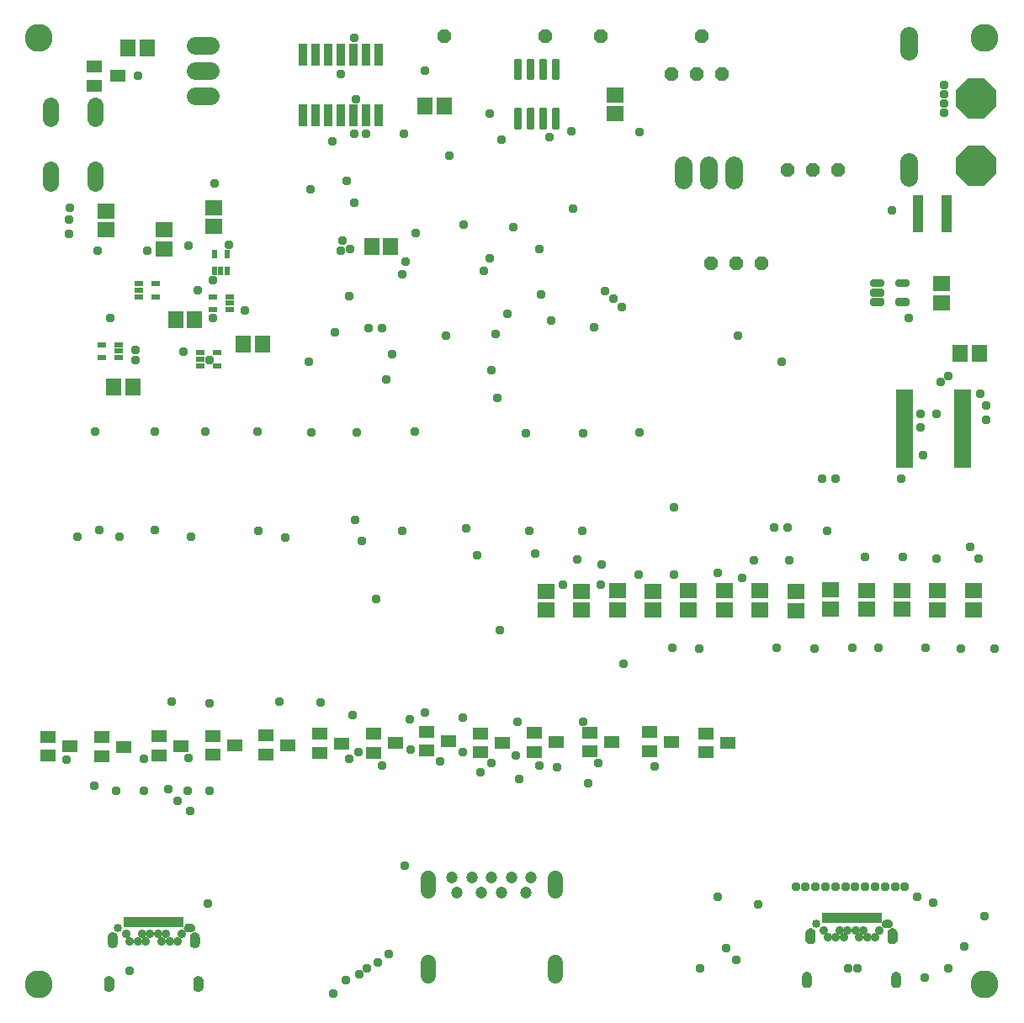
<source format=gbr>
G04 EAGLE Gerber RS-274X export*
G75*
%MOMM*%
%FSLAX34Y34*%
%LPD*%
%INSoldermask Top*%
%IPPOS*%
%AMOC8*
5,1,8,0,0,1.08239X$1,22.5*%
G01*
%ADD10C,2.803200*%
%ADD11P,1.451614X8X22.500000*%
%ADD12R,1.703200X1.503200*%
%ADD13R,1.503200X1.703200*%
%ADD14R,1.678200X0.653200*%
%ADD15R,0.903200X0.603200*%
%ADD16R,0.863600X2.235200*%
%ADD17R,0.603200X0.903200*%
%ADD18R,0.503200X1.103200*%
%ADD19C,0.903200*%
%ADD20C,0.853200*%
%ADD21R,1.603200X1.203200*%
%ADD22C,1.625600*%
%ADD23C,1.743200*%
%ADD24C,0.353406*%
%ADD25C,0.499716*%
%ADD26C,1.203200*%
%ADD27C,1.503200*%
%ADD28R,1.003200X3.703200*%
%ADD29C,1.767838*%
%ADD30P,4.343848X8X22.500000*%
%ADD31C,0.959600*%

G36*
X100018Y60176D02*
X100018Y60176D01*
X100024Y60182D01*
X100029Y60179D01*
X101086Y60549D01*
X101090Y60556D01*
X101096Y60553D01*
X102044Y61149D01*
X102047Y61157D01*
X102052Y61156D01*
X102844Y61948D01*
X102845Y61956D01*
X102851Y61956D01*
X103447Y62904D01*
X103446Y62913D01*
X103451Y62914D01*
X103821Y63971D01*
X103820Y63975D01*
X103822Y63977D01*
X103820Y63980D01*
X103824Y63982D01*
X103949Y65095D01*
X103947Y65098D01*
X103949Y65100D01*
X103949Y71100D01*
X103947Y71103D01*
X103949Y71106D01*
X103824Y72218D01*
X103818Y72224D01*
X103821Y72229D01*
X103451Y73286D01*
X103445Y73290D01*
X103447Y73296D01*
X102851Y74244D01*
X102843Y74247D01*
X102844Y74252D01*
X102052Y75044D01*
X102044Y75045D01*
X102044Y75051D01*
X101096Y75647D01*
X101087Y75646D01*
X101086Y75651D01*
X100029Y76021D01*
X100021Y76019D01*
X100018Y76024D01*
X98906Y76149D01*
X98898Y76145D01*
X98895Y76149D01*
X97782Y76024D01*
X97776Y76018D01*
X97771Y76021D01*
X96714Y75651D01*
X96710Y75645D01*
X96704Y75647D01*
X95756Y75051D01*
X95753Y75043D01*
X95748Y75044D01*
X94956Y74252D01*
X94955Y74244D01*
X94949Y74244D01*
X94353Y73296D01*
X94354Y73287D01*
X94349Y73286D01*
X93979Y72229D01*
X93981Y72221D01*
X93976Y72218D01*
X93851Y71106D01*
X93853Y71102D01*
X93851Y71100D01*
X93851Y65100D01*
X93853Y65097D01*
X93851Y65095D01*
X93976Y63982D01*
X93982Y63976D01*
X93979Y63971D01*
X94349Y62914D01*
X94356Y62910D01*
X94353Y62904D01*
X94949Y61956D01*
X94957Y61953D01*
X94956Y61948D01*
X95748Y61156D01*
X95756Y61155D01*
X95756Y61149D01*
X96704Y60553D01*
X96713Y60554D01*
X96714Y60549D01*
X97771Y60179D01*
X97779Y60181D01*
X97782Y60176D01*
X98895Y60051D01*
X98902Y60055D01*
X98906Y60051D01*
X100018Y60176D01*
G37*
G36*
X182618Y60176D02*
X182618Y60176D01*
X182624Y60182D01*
X182629Y60179D01*
X183686Y60549D01*
X183690Y60556D01*
X183696Y60553D01*
X184644Y61149D01*
X184647Y61157D01*
X184652Y61156D01*
X185444Y61948D01*
X185445Y61956D01*
X185451Y61956D01*
X186047Y62904D01*
X186046Y62913D01*
X186051Y62914D01*
X186421Y63971D01*
X186420Y63975D01*
X186422Y63977D01*
X186420Y63980D01*
X186424Y63982D01*
X186549Y65095D01*
X186547Y65098D01*
X186549Y65100D01*
X186549Y71100D01*
X186547Y71103D01*
X186549Y71106D01*
X186424Y72218D01*
X186418Y72224D01*
X186421Y72229D01*
X186051Y73286D01*
X186045Y73290D01*
X186047Y73296D01*
X185451Y74244D01*
X185443Y74247D01*
X185444Y74252D01*
X184652Y75044D01*
X184644Y75045D01*
X184644Y75051D01*
X183696Y75647D01*
X183687Y75646D01*
X183686Y75651D01*
X182629Y76021D01*
X182621Y76019D01*
X182618Y76024D01*
X181506Y76149D01*
X181498Y76145D01*
X181495Y76149D01*
X180382Y76024D01*
X180376Y76018D01*
X180371Y76021D01*
X179314Y75651D01*
X179310Y75645D01*
X179304Y75647D01*
X178356Y75051D01*
X178353Y75043D01*
X178348Y75044D01*
X177556Y74252D01*
X177555Y74244D01*
X177549Y74244D01*
X176953Y73296D01*
X176954Y73287D01*
X176949Y73286D01*
X176579Y72229D01*
X176581Y72221D01*
X176576Y72218D01*
X176451Y71106D01*
X176453Y71102D01*
X176451Y71100D01*
X176451Y65100D01*
X176453Y65097D01*
X176451Y65095D01*
X176576Y63982D01*
X176582Y63976D01*
X176579Y63971D01*
X176949Y62914D01*
X176956Y62910D01*
X176953Y62904D01*
X177549Y61956D01*
X177557Y61953D01*
X177556Y61948D01*
X178348Y61156D01*
X178356Y61155D01*
X178356Y61149D01*
X179304Y60553D01*
X179313Y60554D01*
X179314Y60549D01*
X180371Y60179D01*
X180379Y60181D01*
X180382Y60176D01*
X181495Y60051D01*
X181502Y60055D01*
X181506Y60051D01*
X182618Y60176D01*
G37*
G36*
X888318Y20176D02*
X888318Y20176D01*
X888324Y20182D01*
X888329Y20179D01*
X889386Y20549D01*
X889390Y20556D01*
X889396Y20553D01*
X890344Y21149D01*
X890347Y21157D01*
X890352Y21156D01*
X891144Y21948D01*
X891145Y21956D01*
X891151Y21956D01*
X891747Y22904D01*
X891746Y22913D01*
X891751Y22914D01*
X892121Y23971D01*
X892120Y23975D01*
X892122Y23977D01*
X892120Y23980D01*
X892124Y23982D01*
X892249Y25095D01*
X892247Y25098D01*
X892249Y25100D01*
X892249Y31100D01*
X892247Y31103D01*
X892249Y31106D01*
X892124Y32218D01*
X892118Y32224D01*
X892121Y32229D01*
X891751Y33286D01*
X891745Y33290D01*
X891747Y33296D01*
X891151Y34244D01*
X891143Y34247D01*
X891144Y34252D01*
X890352Y35044D01*
X890344Y35045D01*
X890344Y35051D01*
X889396Y35647D01*
X889387Y35646D01*
X889386Y35651D01*
X888329Y36021D01*
X888321Y36019D01*
X888318Y36024D01*
X887206Y36149D01*
X887198Y36145D01*
X887195Y36149D01*
X886082Y36024D01*
X886076Y36018D01*
X886071Y36021D01*
X885014Y35651D01*
X885010Y35645D01*
X885004Y35647D01*
X884056Y35051D01*
X884053Y35043D01*
X884048Y35044D01*
X883256Y34252D01*
X883255Y34244D01*
X883249Y34244D01*
X882653Y33296D01*
X882654Y33287D01*
X882649Y33286D01*
X882279Y32229D01*
X882281Y32221D01*
X882276Y32218D01*
X882151Y31106D01*
X882153Y31102D01*
X882151Y31100D01*
X882151Y25100D01*
X882153Y25097D01*
X882151Y25095D01*
X882276Y23982D01*
X882282Y23976D01*
X882279Y23971D01*
X882649Y22914D01*
X882656Y22910D01*
X882653Y22904D01*
X883249Y21956D01*
X883257Y21953D01*
X883256Y21948D01*
X884048Y21156D01*
X884056Y21155D01*
X884056Y21149D01*
X885004Y20553D01*
X885013Y20554D01*
X885014Y20549D01*
X886071Y20179D01*
X886079Y20181D01*
X886082Y20176D01*
X887195Y20051D01*
X887202Y20055D01*
X887206Y20051D01*
X888318Y20176D01*
G37*
G36*
X798518Y20176D02*
X798518Y20176D01*
X798524Y20182D01*
X798529Y20179D01*
X799586Y20549D01*
X799590Y20556D01*
X799596Y20553D01*
X800544Y21149D01*
X800547Y21157D01*
X800552Y21156D01*
X801344Y21948D01*
X801345Y21956D01*
X801351Y21956D01*
X801947Y22904D01*
X801946Y22913D01*
X801951Y22914D01*
X802321Y23971D01*
X802320Y23975D01*
X802322Y23977D01*
X802320Y23980D01*
X802324Y23982D01*
X802449Y25095D01*
X802447Y25098D01*
X802449Y25100D01*
X802449Y31100D01*
X802447Y31103D01*
X802449Y31106D01*
X802324Y32218D01*
X802318Y32224D01*
X802321Y32229D01*
X801951Y33286D01*
X801945Y33290D01*
X801947Y33296D01*
X801351Y34244D01*
X801343Y34247D01*
X801344Y34252D01*
X800552Y35044D01*
X800544Y35045D01*
X800544Y35051D01*
X799596Y35647D01*
X799587Y35646D01*
X799586Y35651D01*
X798529Y36021D01*
X798521Y36019D01*
X798518Y36024D01*
X797406Y36149D01*
X797398Y36145D01*
X797395Y36149D01*
X796282Y36024D01*
X796276Y36018D01*
X796271Y36021D01*
X795214Y35651D01*
X795210Y35645D01*
X795204Y35647D01*
X794256Y35051D01*
X794253Y35043D01*
X794248Y35044D01*
X793456Y34252D01*
X793455Y34244D01*
X793449Y34244D01*
X792853Y33296D01*
X792854Y33287D01*
X792849Y33286D01*
X792479Y32229D01*
X792481Y32221D01*
X792476Y32218D01*
X792351Y31106D01*
X792353Y31102D01*
X792351Y31100D01*
X792351Y25100D01*
X792353Y25097D01*
X792351Y25095D01*
X792476Y23982D01*
X792482Y23976D01*
X792479Y23971D01*
X792849Y22914D01*
X792856Y22910D01*
X792853Y22904D01*
X793449Y21956D01*
X793457Y21953D01*
X793456Y21948D01*
X794248Y21156D01*
X794256Y21155D01*
X794256Y21149D01*
X795204Y20553D01*
X795213Y20554D01*
X795214Y20549D01*
X796271Y20179D01*
X796279Y20181D01*
X796282Y20176D01*
X797395Y20051D01*
X797402Y20055D01*
X797406Y20051D01*
X798518Y20176D01*
G37*
G36*
X186218Y16176D02*
X186218Y16176D01*
X186224Y16182D01*
X186229Y16179D01*
X187286Y16549D01*
X187290Y16556D01*
X187296Y16553D01*
X188244Y17149D01*
X188247Y17157D01*
X188252Y17156D01*
X189044Y17948D01*
X189045Y17956D01*
X189051Y17956D01*
X189647Y18904D01*
X189646Y18913D01*
X189651Y18914D01*
X190021Y19971D01*
X190020Y19975D01*
X190022Y19977D01*
X190020Y19980D01*
X190024Y19982D01*
X190149Y21095D01*
X190147Y21098D01*
X190149Y21100D01*
X190149Y27100D01*
X190147Y27103D01*
X190149Y27106D01*
X190024Y28218D01*
X190018Y28224D01*
X190021Y28229D01*
X189651Y29286D01*
X189645Y29290D01*
X189647Y29296D01*
X189051Y30244D01*
X189043Y30247D01*
X189044Y30252D01*
X188252Y31044D01*
X188244Y31045D01*
X188244Y31051D01*
X187296Y31647D01*
X187287Y31646D01*
X187286Y31651D01*
X186229Y32021D01*
X186221Y32019D01*
X186218Y32024D01*
X185106Y32149D01*
X185098Y32145D01*
X185095Y32149D01*
X183982Y32024D01*
X183976Y32018D01*
X183971Y32021D01*
X182914Y31651D01*
X182910Y31645D01*
X182904Y31647D01*
X181956Y31051D01*
X181953Y31043D01*
X181948Y31044D01*
X181156Y30252D01*
X181155Y30244D01*
X181149Y30244D01*
X180553Y29296D01*
X180554Y29287D01*
X180549Y29286D01*
X180179Y28229D01*
X180181Y28221D01*
X180176Y28218D01*
X180051Y27106D01*
X180053Y27102D01*
X180051Y27100D01*
X180051Y21100D01*
X180053Y21097D01*
X180051Y21095D01*
X180176Y19982D01*
X180182Y19976D01*
X180179Y19971D01*
X180549Y18914D01*
X180556Y18910D01*
X180553Y18904D01*
X181149Y17956D01*
X181157Y17953D01*
X181156Y17948D01*
X181948Y17156D01*
X181956Y17155D01*
X181956Y17149D01*
X182904Y16553D01*
X182913Y16554D01*
X182914Y16549D01*
X183971Y16179D01*
X183979Y16181D01*
X183982Y16176D01*
X185095Y16051D01*
X185102Y16055D01*
X185106Y16051D01*
X186218Y16176D01*
G37*
G36*
X96418Y16176D02*
X96418Y16176D01*
X96424Y16182D01*
X96429Y16179D01*
X97486Y16549D01*
X97490Y16556D01*
X97496Y16553D01*
X98444Y17149D01*
X98447Y17157D01*
X98452Y17156D01*
X99244Y17948D01*
X99245Y17956D01*
X99251Y17956D01*
X99847Y18904D01*
X99846Y18913D01*
X99851Y18914D01*
X100221Y19971D01*
X100220Y19975D01*
X100222Y19977D01*
X100220Y19980D01*
X100224Y19982D01*
X100349Y21095D01*
X100347Y21098D01*
X100349Y21100D01*
X100349Y27100D01*
X100347Y27103D01*
X100349Y27106D01*
X100224Y28218D01*
X100218Y28224D01*
X100221Y28229D01*
X99851Y29286D01*
X99845Y29290D01*
X99847Y29296D01*
X99251Y30244D01*
X99243Y30247D01*
X99244Y30252D01*
X98452Y31044D01*
X98444Y31045D01*
X98444Y31051D01*
X97496Y31647D01*
X97487Y31646D01*
X97486Y31651D01*
X96429Y32021D01*
X96421Y32019D01*
X96418Y32024D01*
X95306Y32149D01*
X95298Y32145D01*
X95295Y32149D01*
X94182Y32024D01*
X94176Y32018D01*
X94171Y32021D01*
X93114Y31651D01*
X93110Y31645D01*
X93104Y31647D01*
X92156Y31051D01*
X92153Y31043D01*
X92148Y31044D01*
X91356Y30252D01*
X91355Y30244D01*
X91349Y30244D01*
X90753Y29296D01*
X90754Y29287D01*
X90749Y29286D01*
X90379Y28229D01*
X90381Y28221D01*
X90376Y28218D01*
X90251Y27106D01*
X90253Y27102D01*
X90251Y27100D01*
X90251Y21100D01*
X90253Y21097D01*
X90251Y21095D01*
X90376Y19982D01*
X90382Y19976D01*
X90379Y19971D01*
X90749Y18914D01*
X90756Y18910D01*
X90753Y18904D01*
X91349Y17956D01*
X91357Y17953D01*
X91356Y17948D01*
X92148Y17156D01*
X92156Y17155D01*
X92156Y17149D01*
X93104Y16553D01*
X93113Y16554D01*
X93114Y16549D01*
X94171Y16179D01*
X94179Y16181D01*
X94182Y16176D01*
X95295Y16051D01*
X95302Y16055D01*
X95306Y16051D01*
X96418Y16176D01*
G37*
G36*
X884718Y64176D02*
X884718Y64176D01*
X884724Y64182D01*
X884729Y64179D01*
X885786Y64549D01*
X885790Y64556D01*
X885796Y64553D01*
X886744Y65149D01*
X886747Y65157D01*
X886752Y65156D01*
X887544Y65948D01*
X887545Y65956D01*
X887551Y65956D01*
X888147Y66904D01*
X888146Y66913D01*
X888151Y66914D01*
X888521Y67971D01*
X888520Y67975D01*
X888522Y67977D01*
X888520Y67980D01*
X888524Y67982D01*
X888649Y69095D01*
X888647Y69098D01*
X888649Y69100D01*
X888649Y75100D01*
X888647Y75103D01*
X888649Y75106D01*
X888524Y76218D01*
X888518Y76224D01*
X888521Y76229D01*
X888151Y77286D01*
X888145Y77290D01*
X888147Y77296D01*
X887551Y78244D01*
X887543Y78247D01*
X887544Y78252D01*
X886752Y79044D01*
X886744Y79045D01*
X886744Y79051D01*
X885796Y79647D01*
X885787Y79646D01*
X885786Y79651D01*
X884729Y80021D01*
X884721Y80019D01*
X884718Y80024D01*
X883606Y80149D01*
X883598Y80145D01*
X883595Y80149D01*
X882482Y80024D01*
X882476Y80018D01*
X882471Y80021D01*
X881414Y79651D01*
X881410Y79645D01*
X881404Y79647D01*
X880456Y79051D01*
X880453Y79043D01*
X880448Y79044D01*
X879656Y78252D01*
X879655Y78244D01*
X879649Y78244D01*
X879053Y77296D01*
X879054Y77287D01*
X879049Y77286D01*
X878679Y76229D01*
X878681Y76221D01*
X878676Y76218D01*
X878551Y75106D01*
X878553Y75102D01*
X878551Y75100D01*
X878551Y69100D01*
X878553Y69097D01*
X878551Y69095D01*
X878676Y67982D01*
X878682Y67976D01*
X878679Y67971D01*
X879049Y66914D01*
X879056Y66910D01*
X879053Y66904D01*
X879649Y65956D01*
X879657Y65953D01*
X879656Y65948D01*
X880448Y65156D01*
X880456Y65155D01*
X880456Y65149D01*
X881404Y64553D01*
X881413Y64554D01*
X881414Y64549D01*
X882471Y64179D01*
X882479Y64181D01*
X882482Y64176D01*
X883595Y64051D01*
X883602Y64055D01*
X883606Y64051D01*
X884718Y64176D01*
G37*
G36*
X802118Y64176D02*
X802118Y64176D01*
X802124Y64182D01*
X802129Y64179D01*
X803186Y64549D01*
X803190Y64556D01*
X803196Y64553D01*
X804144Y65149D01*
X804147Y65157D01*
X804152Y65156D01*
X804944Y65948D01*
X804945Y65956D01*
X804951Y65956D01*
X805547Y66904D01*
X805546Y66913D01*
X805551Y66914D01*
X805921Y67971D01*
X805920Y67975D01*
X805922Y67977D01*
X805920Y67980D01*
X805924Y67982D01*
X806049Y69095D01*
X806047Y69098D01*
X806049Y69100D01*
X806049Y75100D01*
X806047Y75103D01*
X806049Y75106D01*
X805924Y76218D01*
X805918Y76224D01*
X805921Y76229D01*
X805551Y77286D01*
X805545Y77290D01*
X805547Y77296D01*
X804951Y78244D01*
X804943Y78247D01*
X804944Y78252D01*
X804152Y79044D01*
X804144Y79045D01*
X804144Y79051D01*
X803196Y79647D01*
X803187Y79646D01*
X803186Y79651D01*
X802129Y80021D01*
X802121Y80019D01*
X802118Y80024D01*
X801006Y80149D01*
X800998Y80145D01*
X800995Y80149D01*
X799882Y80024D01*
X799876Y80018D01*
X799871Y80021D01*
X798814Y79651D01*
X798810Y79645D01*
X798804Y79647D01*
X797856Y79051D01*
X797853Y79043D01*
X797848Y79044D01*
X797056Y78252D01*
X797055Y78244D01*
X797049Y78244D01*
X796453Y77296D01*
X796454Y77287D01*
X796449Y77286D01*
X796079Y76229D01*
X796081Y76221D01*
X796076Y76218D01*
X795951Y75106D01*
X795953Y75102D01*
X795951Y75100D01*
X795951Y69100D01*
X795953Y69097D01*
X795951Y69095D01*
X796076Y67982D01*
X796082Y67976D01*
X796079Y67971D01*
X796449Y66914D01*
X796456Y66910D01*
X796453Y66904D01*
X797049Y65956D01*
X797057Y65953D01*
X797056Y65948D01*
X797848Y65156D01*
X797856Y65155D01*
X797856Y65149D01*
X798804Y64553D01*
X798813Y64554D01*
X798814Y64549D01*
X799871Y64179D01*
X799879Y64181D01*
X799882Y64176D01*
X800995Y64051D01*
X801002Y64055D01*
X801006Y64051D01*
X802118Y64176D01*
G37*
G36*
X879803Y80203D02*
X879803Y80203D01*
X879806Y80201D01*
X880751Y80308D01*
X880757Y80313D01*
X880762Y80310D01*
X881660Y80624D01*
X881665Y80631D01*
X881670Y80629D01*
X882476Y81136D01*
X882479Y81143D01*
X882485Y81142D01*
X883158Y81815D01*
X883159Y81823D01*
X883164Y81824D01*
X883671Y82630D01*
X883670Y82638D01*
X883676Y82640D01*
X883990Y83538D01*
X883987Y83546D01*
X883992Y83549D01*
X884099Y84495D01*
X884095Y84502D01*
X884099Y84506D01*
X883992Y85451D01*
X883987Y85457D01*
X883990Y85462D01*
X883676Y86360D01*
X883669Y86365D01*
X883671Y86370D01*
X883164Y87176D01*
X883157Y87179D01*
X883158Y87185D01*
X882485Y87858D01*
X882477Y87859D01*
X882476Y87864D01*
X881670Y88371D01*
X881662Y88370D01*
X881660Y88376D01*
X880762Y88690D01*
X880754Y88687D01*
X880751Y88692D01*
X879806Y88799D01*
X879802Y88797D01*
X879800Y88799D01*
X876800Y88799D01*
X876797Y88797D01*
X876795Y88799D01*
X875849Y88692D01*
X875843Y88687D01*
X875838Y88690D01*
X874940Y88376D01*
X874935Y88369D01*
X874930Y88371D01*
X874124Y87864D01*
X874121Y87857D01*
X874115Y87858D01*
X873442Y87185D01*
X873441Y87177D01*
X873436Y87176D01*
X872929Y86370D01*
X872930Y86362D01*
X872924Y86360D01*
X872610Y85462D01*
X872613Y85454D01*
X872608Y85451D01*
X872501Y84506D01*
X872505Y84499D01*
X872504Y84499D01*
X872505Y84498D01*
X872501Y84495D01*
X872608Y83549D01*
X872613Y83543D01*
X872610Y83538D01*
X872924Y82640D01*
X872931Y82635D01*
X872929Y82630D01*
X873436Y81824D01*
X873443Y81821D01*
X873442Y81815D01*
X874115Y81142D01*
X874123Y81141D01*
X874124Y81136D01*
X874930Y80629D01*
X874938Y80630D01*
X874940Y80624D01*
X875838Y80310D01*
X875846Y80313D01*
X875849Y80308D01*
X876795Y80201D01*
X876798Y80203D01*
X876800Y80201D01*
X879800Y80201D01*
X879803Y80203D01*
G37*
G36*
X177703Y76203D02*
X177703Y76203D01*
X177706Y76201D01*
X178651Y76308D01*
X178657Y76313D01*
X178662Y76310D01*
X179560Y76624D01*
X179565Y76631D01*
X179570Y76629D01*
X180376Y77136D01*
X180379Y77143D01*
X180385Y77142D01*
X181058Y77815D01*
X181059Y77823D01*
X181064Y77824D01*
X181571Y78630D01*
X181570Y78638D01*
X181576Y78640D01*
X181890Y79538D01*
X181887Y79546D01*
X181892Y79549D01*
X181999Y80495D01*
X181995Y80502D01*
X181999Y80506D01*
X181892Y81451D01*
X181887Y81457D01*
X181890Y81462D01*
X181576Y82360D01*
X181569Y82365D01*
X181571Y82370D01*
X181064Y83176D01*
X181057Y83179D01*
X181058Y83185D01*
X180385Y83858D01*
X180377Y83859D01*
X180376Y83864D01*
X179570Y84371D01*
X179562Y84370D01*
X179560Y84376D01*
X178662Y84690D01*
X178654Y84687D01*
X178651Y84692D01*
X177706Y84799D01*
X177702Y84797D01*
X177700Y84799D01*
X174700Y84799D01*
X174697Y84797D01*
X174695Y84799D01*
X173749Y84692D01*
X173743Y84687D01*
X173738Y84690D01*
X172840Y84376D01*
X172835Y84369D01*
X172830Y84371D01*
X172024Y83864D01*
X172021Y83857D01*
X172015Y83858D01*
X171342Y83185D01*
X171341Y83177D01*
X171336Y83176D01*
X170829Y82370D01*
X170830Y82362D01*
X170824Y82360D01*
X170510Y81462D01*
X170513Y81454D01*
X170508Y81451D01*
X170401Y80506D01*
X170405Y80499D01*
X170404Y80499D01*
X170405Y80498D01*
X170401Y80495D01*
X170508Y79549D01*
X170513Y79543D01*
X170510Y79538D01*
X170824Y78640D01*
X170831Y78635D01*
X170829Y78630D01*
X171336Y77824D01*
X171343Y77821D01*
X171342Y77815D01*
X172015Y77142D01*
X172023Y77141D01*
X172024Y77136D01*
X172830Y76629D01*
X172838Y76630D01*
X172840Y76624D01*
X173738Y76310D01*
X173746Y76313D01*
X173749Y76308D01*
X174695Y76201D01*
X174698Y76203D01*
X174700Y76201D01*
X177700Y76201D01*
X177703Y76203D01*
G37*
D10*
X24000Y976000D03*
X24000Y24000D03*
X976000Y24000D03*
X976000Y976000D03*
D11*
X701100Y749500D03*
X751900Y749500D03*
X726500Y749500D03*
D12*
X932800Y728600D03*
X932800Y709600D03*
X200800Y786400D03*
X200800Y805400D03*
D13*
X181100Y692800D03*
X162100Y692800D03*
X413400Y907200D03*
X432400Y907200D03*
X378600Y765800D03*
X359600Y765800D03*
X119100Y624800D03*
X100100Y624800D03*
D11*
X778200Y843100D03*
X829000Y843100D03*
X803600Y843100D03*
D12*
X604300Y899800D03*
X604300Y918800D03*
D11*
X660800Y940000D03*
X711600Y940000D03*
X686200Y940000D03*
D12*
X91700Y801700D03*
X91700Y782700D03*
X150300Y763800D03*
X150300Y782800D03*
D13*
X970600Y658700D03*
X951600Y658700D03*
D14*
X895420Y618550D03*
X895420Y612050D03*
X895420Y605550D03*
X895420Y599050D03*
X895420Y592550D03*
X895420Y586050D03*
X895420Y579550D03*
X895420Y573050D03*
X895420Y566550D03*
X895420Y560050D03*
X895420Y553550D03*
X895420Y547050D03*
X954180Y547050D03*
X954180Y553550D03*
X954180Y560050D03*
X954180Y566550D03*
X954180Y573050D03*
X954180Y579550D03*
X954180Y586050D03*
X954180Y592550D03*
X954180Y599050D03*
X954180Y605550D03*
X954180Y612050D03*
X954180Y618550D03*
D15*
X104800Y654300D03*
X104800Y660800D03*
X104800Y667300D03*
X87800Y667300D03*
X87800Y654300D03*
D16*
X366300Y959534D03*
X366300Y898066D03*
X353600Y959534D03*
X340900Y959534D03*
X353600Y898066D03*
X340900Y898066D03*
X328200Y959534D03*
X328200Y898066D03*
X315500Y959534D03*
X302800Y959534D03*
X315500Y898066D03*
X302800Y898066D03*
X290100Y959534D03*
X290100Y898066D03*
D15*
X187000Y659100D03*
X187000Y652600D03*
X187000Y646100D03*
X204000Y646100D03*
X204000Y659100D03*
X125200Y728500D03*
X125200Y722000D03*
X125200Y715500D03*
X142200Y715500D03*
X142200Y728500D03*
D17*
X201100Y741200D03*
X207600Y741200D03*
X214100Y741200D03*
X214100Y758200D03*
X201100Y758200D03*
D15*
X216800Y702700D03*
X216800Y709200D03*
X216800Y715700D03*
X199800Y715700D03*
X199800Y702700D03*
D18*
X112700Y86100D03*
X117700Y86100D03*
X122700Y86100D03*
X127700Y86100D03*
X132700Y86100D03*
X137700Y86100D03*
X142700Y86100D03*
X147700Y86100D03*
X152700Y86100D03*
X157700Y86100D03*
X162700Y86100D03*
X167700Y86100D03*
D19*
X168200Y74000D03*
X164200Y67000D03*
X156200Y67000D03*
X152200Y74000D03*
X148200Y67000D03*
X144200Y74000D03*
X136200Y74000D03*
X132200Y67000D03*
X128200Y74000D03*
X124200Y67000D03*
X116200Y67000D03*
X112200Y74000D03*
D20*
X176200Y80500D03*
X104200Y80500D03*
D18*
X814800Y90100D03*
X819800Y90100D03*
X824800Y90100D03*
X829800Y90100D03*
X834800Y90100D03*
X839800Y90100D03*
X844800Y90100D03*
X849800Y90100D03*
X854800Y90100D03*
X859800Y90100D03*
X864800Y90100D03*
X869800Y90100D03*
D19*
X870300Y78000D03*
X866300Y71000D03*
X858300Y71000D03*
X854300Y78000D03*
X850300Y71000D03*
X846300Y78000D03*
X838300Y78000D03*
X834300Y71000D03*
X830300Y78000D03*
X826300Y71000D03*
X818300Y71000D03*
X814300Y78000D03*
D20*
X878300Y84500D03*
X806300Y84500D03*
D21*
X33500Y272500D03*
X33500Y253500D03*
X55500Y263000D03*
X523100Y276600D03*
X523100Y257600D03*
X545100Y267100D03*
X579100Y276900D03*
X579100Y257900D03*
X601100Y267400D03*
X639100Y277200D03*
X639100Y258200D03*
X661100Y267700D03*
X87500Y272200D03*
X87500Y253200D03*
X109500Y262700D03*
X695500Y276300D03*
X695500Y257300D03*
X717500Y266800D03*
X145500Y273100D03*
X145500Y254100D03*
X167500Y263600D03*
X199500Y273400D03*
X199500Y254400D03*
X221500Y263900D03*
X253100Y273900D03*
X253100Y254900D03*
X275100Y264400D03*
X307100Y275600D03*
X307100Y256600D03*
X329100Y266100D03*
X361100Y275700D03*
X361100Y256700D03*
X383100Y266200D03*
X415100Y278000D03*
X415100Y259000D03*
X437100Y268500D03*
X469100Y276300D03*
X469100Y257300D03*
X491100Y266800D03*
D11*
X432200Y978000D03*
X533800Y978000D03*
D12*
X750200Y419800D03*
X750200Y400800D03*
X786700Y418800D03*
X786700Y399800D03*
X821400Y420500D03*
X821400Y401500D03*
X857900Y420000D03*
X857900Y401000D03*
X893100Y420000D03*
X893100Y401000D03*
X929000Y419700D03*
X929000Y400700D03*
D11*
X589700Y977500D03*
X691300Y977500D03*
D12*
X964700Y419600D03*
X964700Y400600D03*
D13*
X133500Y965700D03*
X114500Y965700D03*
D12*
X535300Y419200D03*
X535300Y400200D03*
X570900Y419200D03*
X570900Y400200D03*
X606500Y419500D03*
X606500Y400500D03*
X642200Y419400D03*
X642200Y400400D03*
X678200Y419800D03*
X678200Y400800D03*
X714100Y419600D03*
X714100Y400600D03*
D22*
X81506Y894500D02*
X81506Y908724D01*
X36294Y908724D02*
X36294Y894500D01*
X81506Y843700D02*
X81506Y829476D01*
X36294Y829476D02*
X36294Y843700D01*
D23*
X723400Y848200D02*
X723400Y832800D01*
X698000Y832800D02*
X698000Y848200D01*
X672600Y848200D02*
X672600Y832800D01*
X197200Y917300D02*
X181800Y917300D01*
X181800Y942700D02*
X197200Y942700D01*
X197200Y968100D02*
X181800Y968100D01*
D21*
X103900Y937700D03*
X79900Y928200D03*
X79900Y947200D03*
D24*
X508599Y903899D02*
X508599Y885701D01*
X504101Y885701D01*
X504101Y903899D01*
X508599Y903899D01*
X508599Y889058D02*
X504101Y889058D01*
X504101Y892415D02*
X508599Y892415D01*
X508599Y895772D02*
X504101Y895772D01*
X504101Y899129D02*
X508599Y899129D01*
X508599Y902486D02*
X504101Y902486D01*
X521299Y903899D02*
X521299Y885701D01*
X516801Y885701D01*
X516801Y903899D01*
X521299Y903899D01*
X521299Y889058D02*
X516801Y889058D01*
X516801Y892415D02*
X521299Y892415D01*
X521299Y895772D02*
X516801Y895772D01*
X516801Y899129D02*
X521299Y899129D01*
X521299Y902486D02*
X516801Y902486D01*
X533999Y903899D02*
X533999Y885701D01*
X529501Y885701D01*
X529501Y903899D01*
X533999Y903899D01*
X533999Y889058D02*
X529501Y889058D01*
X529501Y892415D02*
X533999Y892415D01*
X533999Y895772D02*
X529501Y895772D01*
X529501Y899129D02*
X533999Y899129D01*
X533999Y902486D02*
X529501Y902486D01*
X546699Y903899D02*
X546699Y885701D01*
X542201Y885701D01*
X542201Y903899D01*
X546699Y903899D01*
X546699Y889058D02*
X542201Y889058D01*
X542201Y892415D02*
X546699Y892415D01*
X546699Y895772D02*
X542201Y895772D01*
X542201Y899129D02*
X546699Y899129D01*
X546699Y902486D02*
X542201Y902486D01*
X546699Y935101D02*
X546699Y953299D01*
X546699Y935101D02*
X542201Y935101D01*
X542201Y953299D01*
X546699Y953299D01*
X546699Y938458D02*
X542201Y938458D01*
X542201Y941815D02*
X546699Y941815D01*
X546699Y945172D02*
X542201Y945172D01*
X542201Y948529D02*
X546699Y948529D01*
X546699Y951886D02*
X542201Y951886D01*
X533999Y953299D02*
X533999Y935101D01*
X529501Y935101D01*
X529501Y953299D01*
X533999Y953299D01*
X533999Y938458D02*
X529501Y938458D01*
X529501Y941815D02*
X533999Y941815D01*
X533999Y945172D02*
X529501Y945172D01*
X529501Y948529D02*
X533999Y948529D01*
X533999Y951886D02*
X529501Y951886D01*
X521299Y953299D02*
X521299Y935101D01*
X516801Y935101D01*
X516801Y953299D01*
X521299Y953299D01*
X521299Y938458D02*
X516801Y938458D01*
X516801Y941815D02*
X521299Y941815D01*
X521299Y945172D02*
X516801Y945172D01*
X516801Y948529D02*
X521299Y948529D01*
X521299Y951886D02*
X516801Y951886D01*
X508599Y953299D02*
X508599Y935101D01*
X504101Y935101D01*
X504101Y953299D01*
X508599Y953299D01*
X508599Y938458D02*
X504101Y938458D01*
X504101Y941815D02*
X508599Y941815D01*
X508599Y945172D02*
X504101Y945172D01*
X504101Y948529D02*
X508599Y948529D01*
X508599Y951886D02*
X504101Y951886D01*
D25*
X863582Y727732D02*
X872718Y727732D01*
X863582Y727732D02*
X863582Y730668D01*
X872718Y730668D01*
X872718Y727732D01*
X872718Y718232D02*
X863582Y718232D01*
X863582Y721168D01*
X872718Y721168D01*
X872718Y718232D01*
X872718Y708732D02*
X863582Y708732D01*
X863582Y711668D01*
X872718Y711668D01*
X872718Y708732D01*
X888682Y708732D02*
X897818Y708732D01*
X888682Y708732D02*
X888682Y711668D01*
X897818Y711668D01*
X897818Y708732D01*
X897818Y727732D02*
X888682Y727732D01*
X888682Y730668D01*
X897818Y730668D01*
X897818Y727732D01*
D26*
X445000Y116250D03*
X470000Y116250D03*
X490000Y116250D03*
X515000Y116250D03*
X520000Y131250D03*
X500000Y131250D03*
X480000Y131250D03*
X460000Y131250D03*
X440000Y131250D03*
D27*
X416000Y130250D02*
X416000Y117250D01*
X544000Y117250D02*
X544000Y130250D01*
X416000Y45250D02*
X416000Y32250D01*
X544000Y32250D02*
X544000Y45250D01*
D13*
X230500Y668000D03*
X249500Y668000D03*
D28*
X937850Y799200D03*
X909350Y799200D03*
D29*
X899600Y835877D02*
X899600Y851523D01*
X899600Y962877D02*
X899600Y978523D01*
D30*
X967400Y847600D03*
X967400Y915000D03*
D31*
X891800Y532600D03*
X393200Y750600D03*
X337200Y716600D03*
X391800Y879800D03*
X437600Y857800D03*
X413000Y943400D03*
X55400Y805400D03*
X55200Y793000D03*
X55200Y779200D03*
X174800Y767400D03*
X201200Y829400D03*
X935600Y928400D03*
X935600Y919200D03*
X935400Y909800D03*
X935200Y900800D03*
X81400Y580200D03*
X141600Y580200D03*
X191800Y580200D03*
X244400Y579800D03*
X299000Y579400D03*
X344200Y579400D03*
X403000Y579800D03*
X515000Y578600D03*
X572400Y577800D03*
X629000Y579400D03*
X523600Y457000D03*
X566600Y451000D03*
X591000Y446200D03*
X454400Y482200D03*
X349800Y469600D03*
X272600Y473200D03*
X177600Y473800D03*
X63200Y474400D03*
X106000Y473800D03*
X343000Y490600D03*
X594400Y721000D03*
X603000Y713800D03*
X611400Y705400D03*
X583400Y684800D03*
X812400Y532600D03*
X825800Y532400D03*
X777800Y483600D03*
X764600Y483200D03*
X392800Y143200D03*
X116000Y37400D03*
X80400Y223400D03*
X157800Y308000D03*
X196600Y306000D03*
X266400Y307800D03*
X308000Y307200D03*
X340400Y294400D03*
X194400Y104600D03*
X628600Y881400D03*
X612600Y346200D03*
X662200Y362000D03*
X689200Y361600D03*
X766600Y362000D03*
X732000Y432200D03*
X805000Y361800D03*
X843000Y362200D03*
X869200Y362200D03*
X952200Y361800D03*
X917000Y362200D03*
X986600Y361200D03*
X644200Y242600D03*
X571800Y287800D03*
X587000Y246000D03*
X577400Y226200D03*
X545800Y242000D03*
X505800Y287800D03*
X508200Y230400D03*
X451200Y292400D03*
X413400Y296800D03*
X154400Y219800D03*
X176800Y198200D03*
X129800Y250200D03*
X175200Y251600D03*
X164200Y208600D03*
X504800Y254000D03*
X839200Y39400D03*
X848400Y39400D03*
X450800Y257000D03*
X398800Y260000D03*
X346000Y257200D03*
X374000Y632000D03*
X330000Y772000D03*
X184000Y722000D03*
X298000Y824000D03*
X390000Y480000D03*
X398000Y290000D03*
X338000Y764000D03*
X490000Y874000D03*
X486000Y614000D03*
X562000Y804000D03*
X560000Y882000D03*
X728000Y676000D03*
X664000Y504000D03*
X84000Y762000D03*
X134000Y762000D03*
X200000Y694000D03*
X96000Y694000D03*
X124000Y938000D03*
X390000Y738000D03*
X882600Y802600D03*
X342000Y880000D03*
X496000Y698000D03*
X538000Y876000D03*
X530000Y718000D03*
X216000Y768000D03*
X328000Y940000D03*
X484000Y678000D03*
X480000Y642000D03*
X354000Y880000D03*
X320000Y872000D03*
X404000Y780000D03*
X914000Y556000D03*
X772000Y650000D03*
X940000Y636000D03*
X370000Y684000D03*
X502000Y786000D03*
X196000Y652000D03*
X972000Y618000D03*
X380000Y658000D03*
X356000Y684000D03*
X170000Y660000D03*
X528000Y764000D03*
X434000Y676000D03*
X932000Y630000D03*
X540000Y692000D03*
X478000Y754000D03*
X342000Y810000D03*
X928000Y598000D03*
X472000Y742000D03*
X334000Y832000D03*
X342000Y976000D03*
X478000Y900000D03*
X900000Y694000D03*
X322000Y680000D03*
X122000Y662000D03*
X122000Y652000D03*
X344000Y914000D03*
X328000Y762000D03*
X232000Y702000D03*
X200000Y732000D03*
X452000Y788000D03*
X912000Y584000D03*
X978000Y592000D03*
X912000Y598000D03*
X978000Y606000D03*
X962000Y464000D03*
X296000Y650000D03*
X52000Y250000D03*
X102000Y218000D03*
X130000Y218000D03*
X480000Y246000D03*
X174000Y218000D03*
X196000Y218000D03*
X336600Y250800D03*
X370000Y244000D03*
X428000Y248000D03*
X528000Y244000D03*
X571000Y480000D03*
X377000Y54000D03*
X518000Y480000D03*
X366000Y46000D03*
X364000Y411000D03*
X355000Y40000D03*
X347000Y34000D03*
X245300Y480300D03*
X333000Y28000D03*
X141500Y480500D03*
X321000Y14000D03*
X85500Y480500D03*
X896000Y122000D03*
X786000Y122000D03*
X796000Y122000D03*
X806000Y122000D03*
X866000Y122000D03*
X816000Y122000D03*
X826000Y122000D03*
X836000Y122000D03*
X846000Y122000D03*
X856000Y122000D03*
X876000Y122000D03*
X886000Y122000D03*
X976000Y92000D03*
X708000Y112000D03*
X552000Y426000D03*
X970000Y452000D03*
X956000Y62000D03*
X928000Y452000D03*
X940000Y40000D03*
X894000Y454000D03*
X924000Y106000D03*
X664000Y436000D03*
X856000Y454000D03*
X916000Y30000D03*
X818000Y480000D03*
X908000Y112000D03*
X780000Y450000D03*
X744000Y450000D03*
X708000Y438000D03*
X748000Y104000D03*
X726000Y48000D03*
X628000Y436000D03*
X716000Y60000D03*
X590000Y426000D03*
X690000Y40000D03*
X488000Y380000D03*
X465200Y455800D03*
X468600Y237000D03*
M02*

</source>
